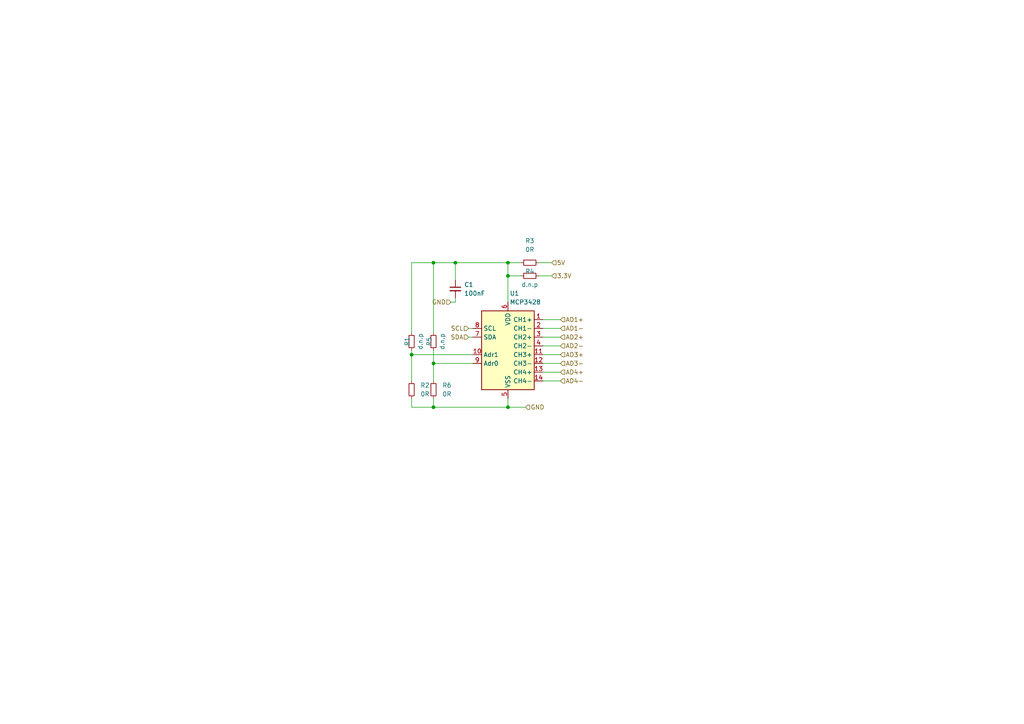
<source format=kicad_sch>
(kicad_sch (version 20211123) (generator eeschema)

  (uuid 1895faed-13c7-4877-930c-ef39a1d7419c)

  (paper "A4")

  (lib_symbols
    (symbol "Analog_ADC:MCP3428" (in_bom yes) (on_board yes)
      (property "Reference" "U" (id 0) (at -3.81 11.43 0)
        (effects (font (size 1.27 1.27)) (justify right))
      )
      (property "Value" "MCP3428" (id 1) (at 2.54 11.43 0)
        (effects (font (size 1.27 1.27)) (justify left))
      )
      (property "Footprint" "" (id 2) (at 0 0 0)
        (effects (font (size 1.27 1.27)) hide)
      )
      (property "Datasheet" "http://ww1.microchip.com/downloads/en/DeviceDoc/22226a.pdf" (id 3) (at 0 0 0)
        (effects (font (size 1.27 1.27)) hide)
      )
      (property "ki_keywords" "adc 4ch 16bit i2c" (id 4) (at 0 0 0)
        (effects (font (size 1.27 1.27)) hide)
      )
      (property "ki_description" "16-Bit, Multi-Channel ΔΣ Analog-to-Digital Converter with I2C Interface and On-Board Reference, SOIC-14/TSSOP-14" (id 5) (at 0 0 0)
        (effects (font (size 1.27 1.27)) hide)
      )
      (property "ki_fp_filters" "TSSOP*4.4x5mm*P0.65mm* SOIC*3.9x8.7mm*P1.27mm*" (id 6) (at 0 0 0)
        (effects (font (size 1.27 1.27)) hide)
      )
      (symbol "MCP3428_0_1"
        (rectangle (start -7.62 10.16) (end 7.62 -12.7)
          (stroke (width 0.254) (type default) (color 0 0 0 0))
          (fill (type background))
        )
      )
      (symbol "MCP3428_1_1"
        (pin input line (at -10.16 7.62 0) (length 2.54)
          (name "CH1+" (effects (font (size 1.27 1.27))))
          (number "1" (effects (font (size 1.27 1.27))))
        )
        (pin input line (at 10.16 -2.54 180) (length 2.54)
          (name "Adr1" (effects (font (size 1.27 1.27))))
          (number "10" (effects (font (size 1.27 1.27))))
        )
        (pin input line (at -10.16 -2.54 0) (length 2.54)
          (name "CH3+" (effects (font (size 1.27 1.27))))
          (number "11" (effects (font (size 1.27 1.27))))
        )
        (pin input line (at -10.16 -5.08 0) (length 2.54)
          (name "CH3-" (effects (font (size 1.27 1.27))))
          (number "12" (effects (font (size 1.27 1.27))))
        )
        (pin input line (at -10.16 -7.62 0) (length 2.54)
          (name "CH4+" (effects (font (size 1.27 1.27))))
          (number "13" (effects (font (size 1.27 1.27))))
        )
        (pin input line (at -10.16 -10.16 0) (length 2.54)
          (name "CH4-" (effects (font (size 1.27 1.27))))
          (number "14" (effects (font (size 1.27 1.27))))
        )
        (pin input line (at -10.16 5.08 0) (length 2.54)
          (name "CH1-" (effects (font (size 1.27 1.27))))
          (number "2" (effects (font (size 1.27 1.27))))
        )
        (pin input line (at -10.16 2.54 0) (length 2.54)
          (name "CH2+" (effects (font (size 1.27 1.27))))
          (number "3" (effects (font (size 1.27 1.27))))
        )
        (pin input line (at -10.16 0 0) (length 2.54)
          (name "CH2-" (effects (font (size 1.27 1.27))))
          (number "4" (effects (font (size 1.27 1.27))))
        )
        (pin power_in line (at 0 -15.24 90) (length 2.54)
          (name "VSS" (effects (font (size 1.27 1.27))))
          (number "5" (effects (font (size 1.27 1.27))))
        )
        (pin power_in line (at 0 12.7 270) (length 2.54)
          (name "VDD" (effects (font (size 1.27 1.27))))
          (number "6" (effects (font (size 1.27 1.27))))
        )
        (pin bidirectional line (at 10.16 2.54 180) (length 2.54)
          (name "SDA" (effects (font (size 1.27 1.27))))
          (number "7" (effects (font (size 1.27 1.27))))
        )
        (pin input line (at 10.16 5.08 180) (length 2.54)
          (name "SCL" (effects (font (size 1.27 1.27))))
          (number "8" (effects (font (size 1.27 1.27))))
        )
        (pin input line (at 10.16 -5.08 180) (length 2.54)
          (name "Adr0" (effects (font (size 1.27 1.27))))
          (number "9" (effects (font (size 1.27 1.27))))
        )
      )
    )
    (symbol "Device:C_Small" (pin_numbers hide) (pin_names (offset 0.254) hide) (in_bom yes) (on_board yes)
      (property "Reference" "C" (id 0) (at 0.254 1.778 0)
        (effects (font (size 1.27 1.27)) (justify left))
      )
      (property "Value" "C_Small" (id 1) (at 0.254 -2.032 0)
        (effects (font (size 1.27 1.27)) (justify left))
      )
      (property "Footprint" "" (id 2) (at 0 0 0)
        (effects (font (size 1.27 1.27)) hide)
      )
      (property "Datasheet" "~" (id 3) (at 0 0 0)
        (effects (font (size 1.27 1.27)) hide)
      )
      (property "ki_keywords" "capacitor cap" (id 4) (at 0 0 0)
        (effects (font (size 1.27 1.27)) hide)
      )
      (property "ki_description" "Unpolarized capacitor, small symbol" (id 5) (at 0 0 0)
        (effects (font (size 1.27 1.27)) hide)
      )
      (property "ki_fp_filters" "C_*" (id 6) (at 0 0 0)
        (effects (font (size 1.27 1.27)) hide)
      )
      (symbol "C_Small_0_1"
        (polyline
          (pts
            (xy -1.524 -0.508)
            (xy 1.524 -0.508)
          )
          (stroke (width 0.3302) (type default) (color 0 0 0 0))
          (fill (type none))
        )
        (polyline
          (pts
            (xy -1.524 0.508)
            (xy 1.524 0.508)
          )
          (stroke (width 0.3048) (type default) (color 0 0 0 0))
          (fill (type none))
        )
      )
      (symbol "C_Small_1_1"
        (pin passive line (at 0 2.54 270) (length 2.032)
          (name "~" (effects (font (size 1.27 1.27))))
          (number "1" (effects (font (size 1.27 1.27))))
        )
        (pin passive line (at 0 -2.54 90) (length 2.032)
          (name "~" (effects (font (size 1.27 1.27))))
          (number "2" (effects (font (size 1.27 1.27))))
        )
      )
    )
    (symbol "Device:R_Small" (pin_numbers hide) (pin_names (offset 0.254) hide) (in_bom yes) (on_board yes)
      (property "Reference" "R" (id 0) (at 0.762 0.508 0)
        (effects (font (size 1.27 1.27)) (justify left))
      )
      (property "Value" "R_Small" (id 1) (at 0.762 -1.016 0)
        (effects (font (size 1.27 1.27)) (justify left))
      )
      (property "Footprint" "" (id 2) (at 0 0 0)
        (effects (font (size 1.27 1.27)) hide)
      )
      (property "Datasheet" "~" (id 3) (at 0 0 0)
        (effects (font (size 1.27 1.27)) hide)
      )
      (property "ki_keywords" "R resistor" (id 4) (at 0 0 0)
        (effects (font (size 1.27 1.27)) hide)
      )
      (property "ki_description" "Resistor, small symbol" (id 5) (at 0 0 0)
        (effects (font (size 1.27 1.27)) hide)
      )
      (property "ki_fp_filters" "R_*" (id 6) (at 0 0 0)
        (effects (font (size 1.27 1.27)) hide)
      )
      (symbol "R_Small_0_1"
        (rectangle (start -0.762 1.778) (end 0.762 -1.778)
          (stroke (width 0.2032) (type default) (color 0 0 0 0))
          (fill (type none))
        )
      )
      (symbol "R_Small_1_1"
        (pin passive line (at 0 2.54 270) (length 0.762)
          (name "~" (effects (font (size 1.27 1.27))))
          (number "1" (effects (font (size 1.27 1.27))))
        )
        (pin passive line (at 0 -2.54 90) (length 0.762)
          (name "~" (effects (font (size 1.27 1.27))))
          (number "2" (effects (font (size 1.27 1.27))))
        )
      )
    )
  )

  (junction (at 132.08 76.2) (diameter 0) (color 0 0 0 0)
    (uuid 02d88995-dc42-4571-8e8c-9d4911be98fb)
  )
  (junction (at 125.73 118.11) (diameter 0) (color 0 0 0 0)
    (uuid 30c090f2-1b01-4fbe-bb26-83188b9fd284)
  )
  (junction (at 147.32 80.01) (diameter 0) (color 0 0 0 0)
    (uuid 726b5900-e064-4f30-aa35-6c8d85cedca8)
  )
  (junction (at 147.32 76.2) (diameter 0) (color 0 0 0 0)
    (uuid 78a01460-c8c7-4d06-b736-9128f182c9c0)
  )
  (junction (at 119.38 102.87) (diameter 0) (color 0 0 0 0)
    (uuid 8fc4495a-f982-4acd-b83b-c28190b4c200)
  )
  (junction (at 125.73 105.41) (diameter 0) (color 0 0 0 0)
    (uuid 95318e43-c04b-4d57-bfd8-d6892a055991)
  )
  (junction (at 125.73 76.2) (diameter 0) (color 0 0 0 0)
    (uuid aa129880-d917-4c5f-9753-43b868609753)
  )
  (junction (at 147.32 118.11) (diameter 0) (color 0 0 0 0)
    (uuid eb8ab5c4-3694-4084-b8be-1554d7132d2e)
  )

  (wire (pts (xy 125.73 105.41) (xy 125.73 110.49))
    (stroke (width 0) (type default) (color 0 0 0 0))
    (uuid 0180ffaf-4df3-49f7-a7c3-949a1ee65cd9)
  )
  (wire (pts (xy 152.4 118.11) (xy 147.32 118.11))
    (stroke (width 0) (type default) (color 0 0 0 0))
    (uuid 04c96b56-0b4d-40b3-9366-f9cdb333ea17)
  )
  (wire (pts (xy 135.89 97.79) (xy 137.16 97.79))
    (stroke (width 0) (type default) (color 0 0 0 0))
    (uuid 09ba14e9-ca5a-4e81-86ab-17837906c282)
  )
  (wire (pts (xy 125.73 101.6) (xy 125.73 105.41))
    (stroke (width 0) (type default) (color 0 0 0 0))
    (uuid 0ae49a51-73e8-4ac0-98af-be5add8e6f06)
  )
  (wire (pts (xy 157.48 105.41) (xy 162.56 105.41))
    (stroke (width 0) (type default) (color 0 0 0 0))
    (uuid 0b34db74-b68e-4ef7-ba26-6b19c30116fa)
  )
  (wire (pts (xy 119.38 118.11) (xy 125.73 118.11))
    (stroke (width 0) (type default) (color 0 0 0 0))
    (uuid 11f0448a-9f37-47b2-8d6d-bbe9860052f4)
  )
  (wire (pts (xy 157.48 97.79) (xy 162.56 97.79))
    (stroke (width 0) (type default) (color 0 0 0 0))
    (uuid 260d73d9-fb06-4f2e-86a9-11edff0d43b1)
  )
  (wire (pts (xy 157.48 107.95) (xy 162.56 107.95))
    (stroke (width 0) (type default) (color 0 0 0 0))
    (uuid 2d48fbd9-0e8f-4379-ad62-9a8be91216f5)
  )
  (wire (pts (xy 119.38 96.52) (xy 119.38 76.2))
    (stroke (width 0) (type default) (color 0 0 0 0))
    (uuid 2feeb22a-ac5f-448e-b57d-e4896988a650)
  )
  (wire (pts (xy 147.32 80.01) (xy 151.13 80.01))
    (stroke (width 0) (type default) (color 0 0 0 0))
    (uuid 37009368-a331-4d5b-a2d2-03349a7da91b)
  )
  (wire (pts (xy 132.08 76.2) (xy 147.32 76.2))
    (stroke (width 0) (type default) (color 0 0 0 0))
    (uuid 3b4b203f-edec-419a-99d4-1ac4f4f7d0ec)
  )
  (wire (pts (xy 132.08 81.28) (xy 132.08 76.2))
    (stroke (width 0) (type default) (color 0 0 0 0))
    (uuid 3e2c90ed-629b-4cc3-b666-39a19ee96b9c)
  )
  (wire (pts (xy 157.48 92.71) (xy 162.56 92.71))
    (stroke (width 0) (type default) (color 0 0 0 0))
    (uuid 559c6aaa-d9c8-49bc-98f0-a14482b69b23)
  )
  (wire (pts (xy 125.73 115.57) (xy 125.73 118.11))
    (stroke (width 0) (type default) (color 0 0 0 0))
    (uuid 5af0805b-7a98-4269-86c3-71b8e3d7d35a)
  )
  (wire (pts (xy 147.32 80.01) (xy 147.32 87.63))
    (stroke (width 0) (type default) (color 0 0 0 0))
    (uuid 5ea576f4-93d4-40fa-ad33-4a2a57ab7904)
  )
  (wire (pts (xy 147.32 118.11) (xy 147.32 115.57))
    (stroke (width 0) (type default) (color 0 0 0 0))
    (uuid 62c21b9a-bd26-431e-9fc3-6653a36e9eb0)
  )
  (wire (pts (xy 125.73 96.52) (xy 125.73 76.2))
    (stroke (width 0) (type default) (color 0 0 0 0))
    (uuid 63243c9f-569c-49a4-ab93-c27296c42057)
  )
  (wire (pts (xy 125.73 76.2) (xy 132.08 76.2))
    (stroke (width 0) (type default) (color 0 0 0 0))
    (uuid 69972903-b50c-47b6-9936-768e62c1ae2a)
  )
  (wire (pts (xy 125.73 105.41) (xy 137.16 105.41))
    (stroke (width 0) (type default) (color 0 0 0 0))
    (uuid 7868252b-414e-4362-b43f-5fb8cb90929c)
  )
  (wire (pts (xy 157.48 100.33) (xy 162.56 100.33))
    (stroke (width 0) (type default) (color 0 0 0 0))
    (uuid 79721dbd-5411-4ad3-9320-f7f7b07119f7)
  )
  (wire (pts (xy 151.13 76.2) (xy 147.32 76.2))
    (stroke (width 0) (type default) (color 0 0 0 0))
    (uuid 862b88e3-e896-4a25-8f75-e86948df6f14)
  )
  (wire (pts (xy 132.08 87.63) (xy 132.08 86.36))
    (stroke (width 0) (type default) (color 0 0 0 0))
    (uuid 8c9473ce-ac31-49b3-b53e-fda4f44ff325)
  )
  (wire (pts (xy 119.38 102.87) (xy 119.38 110.49))
    (stroke (width 0) (type default) (color 0 0 0 0))
    (uuid 8f0f49db-8635-459e-a2e9-5d235ae21c49)
  )
  (wire (pts (xy 156.21 80.01) (xy 160.02 80.01))
    (stroke (width 0) (type default) (color 0 0 0 0))
    (uuid 9107c4b3-8706-4dc2-8134-f80d402f991e)
  )
  (wire (pts (xy 135.89 95.25) (xy 137.16 95.25))
    (stroke (width 0) (type default) (color 0 0 0 0))
    (uuid 98b74f55-5bd6-4bdc-9dfe-cbfe508211b0)
  )
  (wire (pts (xy 119.38 115.57) (xy 119.38 118.11))
    (stroke (width 0) (type default) (color 0 0 0 0))
    (uuid adefbea2-0600-4008-8c90-3b1091cb889b)
  )
  (wire (pts (xy 119.38 101.6) (xy 119.38 102.87))
    (stroke (width 0) (type default) (color 0 0 0 0))
    (uuid b1b9a095-de7d-40be-a7ca-07ca641f139c)
  )
  (wire (pts (xy 156.21 76.2) (xy 160.02 76.2))
    (stroke (width 0) (type default) (color 0 0 0 0))
    (uuid b46f1693-8c02-4440-b5c5-04e8d3240754)
  )
  (wire (pts (xy 147.32 76.2) (xy 147.32 80.01))
    (stroke (width 0) (type default) (color 0 0 0 0))
    (uuid cacbc902-ab05-4228-8981-674d4dfe09e5)
  )
  (wire (pts (xy 157.48 102.87) (xy 162.56 102.87))
    (stroke (width 0) (type default) (color 0 0 0 0))
    (uuid cf56087d-ad93-441f-940f-4e1708bcaf48)
  )
  (wire (pts (xy 119.38 76.2) (xy 125.73 76.2))
    (stroke (width 0) (type default) (color 0 0 0 0))
    (uuid d32a2414-4480-4a83-9d1a-b0e716e9443a)
  )
  (wire (pts (xy 119.38 102.87) (xy 137.16 102.87))
    (stroke (width 0) (type default) (color 0 0 0 0))
    (uuid d3c53af6-8cc7-4ce3-9291-d4dd4f5c76e7)
  )
  (wire (pts (xy 125.73 118.11) (xy 147.32 118.11))
    (stroke (width 0) (type default) (color 0 0 0 0))
    (uuid da473e7c-1252-48fb-b9e5-c6dc420249d8)
  )
  (wire (pts (xy 157.48 95.25) (xy 162.56 95.25))
    (stroke (width 0) (type default) (color 0 0 0 0))
    (uuid e057eeb5-0a5b-4b9b-b3c8-10e60b8299a9)
  )
  (wire (pts (xy 157.48 110.49) (xy 162.56 110.49))
    (stroke (width 0) (type default) (color 0 0 0 0))
    (uuid e0980722-40bd-45f8-ab73-85ce5e720e16)
  )
  (wire (pts (xy 130.81 87.63) (xy 132.08 87.63))
    (stroke (width 0) (type default) (color 0 0 0 0))
    (uuid f41603a2-8399-4df3-b66c-46862fb67476)
  )

  (hierarchical_label "AD1+" (shape input) (at 162.56 92.71 0)
    (effects (font (size 1.27 1.27)) (justify left))
    (uuid 316fdb66-6116-4c15-89c4-35afe318f751)
  )
  (hierarchical_label "AD3-" (shape input) (at 162.56 105.41 0)
    (effects (font (size 1.27 1.27)) (justify left))
    (uuid 32b3a06d-4f90-4fdb-9774-702e5574a5b3)
  )
  (hierarchical_label "SCL" (shape input) (at 135.89 95.25 180)
    (effects (font (size 1.27 1.27)) (justify right))
    (uuid 46828151-b14d-44ea-a532-a892bee2bc82)
  )
  (hierarchical_label "AD2+" (shape input) (at 162.56 97.79 0)
    (effects (font (size 1.27 1.27)) (justify left))
    (uuid 48ecb052-48aa-4c95-8be7-3964687e0754)
  )
  (hierarchical_label "AD4+" (shape input) (at 162.56 107.95 0)
    (effects (font (size 1.27 1.27)) (justify left))
    (uuid 583a8a1c-b453-4c13-b708-c2f1afdbaec5)
  )
  (hierarchical_label "SDA" (shape input) (at 135.89 97.79 180)
    (effects (font (size 1.27 1.27)) (justify right))
    (uuid 60410e78-fdef-447e-b78f-6a8afe3800e2)
  )
  (hierarchical_label "GND" (shape input) (at 130.81 87.63 180)
    (effects (font (size 1.27 1.27)) (justify right))
    (uuid 65a4a49d-8229-4b1a-9bc0-05ff00510d4a)
  )
  (hierarchical_label "GND" (shape input) (at 152.4 118.11 0)
    (effects (font (size 1.27 1.27)) (justify left))
    (uuid 8090aada-f3e0-4382-9929-abb297f13115)
  )
  (hierarchical_label "5V" (shape input) (at 160.02 76.2 0)
    (effects (font (size 1.27 1.27)) (justify left))
    (uuid 9d47013e-148d-44bf-b1ff-e64a0bd9caf6)
  )
  (hierarchical_label "AD1-" (shape input) (at 162.56 95.25 0)
    (effects (font (size 1.27 1.27)) (justify left))
    (uuid a8e6d984-1e0a-4916-8398-267961b96d0f)
  )
  (hierarchical_label "AD3+" (shape input) (at 162.56 102.87 0)
    (effects (font (size 1.27 1.27)) (justify left))
    (uuid ba9eaa1b-3523-47fe-8893-8ed1522fb4f6)
  )
  (hierarchical_label "3.3V" (shape input) (at 160.02 80.01 0)
    (effects (font (size 1.27 1.27)) (justify left))
    (uuid f08b17f2-a29f-463d-a91a-672eab0d5d1c)
  )
  (hierarchical_label "AD2-" (shape input) (at 162.56 100.33 0)
    (effects (font (size 1.27 1.27)) (justify left))
    (uuid f2058471-08ab-48ac-a487-8bd7d1d7819d)
  )
  (hierarchical_label "AD4-" (shape input) (at 162.56 110.49 0)
    (effects (font (size 1.27 1.27)) (justify left))
    (uuid f26f4a14-e855-4801-943d-ab53fe5bf1a7)
  )

  (symbol (lib_id "Device:R_Small") (at 119.38 99.06 180) (unit 1)
    (in_bom yes) (on_board yes)
    (uuid 36995226-20a5-4c1a-bfb0-ea0e85015f7f)
    (property "Reference" "R1" (id 0) (at 118.11 99.06 90))
    (property "Value" "d.n.p" (id 1) (at 121.92 99.06 90))
    (property "Footprint" "Resistor_SMD:R_0603_1608Metric" (id 2) (at 119.38 99.06 0)
      (effects (font (size 1.27 1.27)) hide)
    )
    (property "Datasheet" "~" (id 3) (at 119.38 99.06 0)
      (effects (font (size 1.27 1.27)) hide)
    )
    (pin "1" (uuid ef0f03c8-f570-448e-820b-ce53aa4eacd0))
    (pin "2" (uuid 5000837a-e507-49f8-ae82-4a9e76a99ecc))
  )

  (symbol (lib_id "Device:R_Small") (at 153.67 80.01 90) (unit 1)
    (in_bom yes) (on_board yes)
    (uuid 381e5bb8-250b-4d48-9f28-a14eedac2d5b)
    (property "Reference" "R4" (id 0) (at 153.67 78.74 90))
    (property "Value" "d.n.p" (id 1) (at 153.67 82.55 90))
    (property "Footprint" "Resistor_SMD:R_0603_1608Metric" (id 2) (at 153.67 80.01 0)
      (effects (font (size 1.27 1.27)) hide)
    )
    (property "Datasheet" "~" (id 3) (at 153.67 80.01 0)
      (effects (font (size 1.27 1.27)) hide)
    )
    (pin "1" (uuid 1033872f-0545-4e80-93b9-a9f3aee8adfa))
    (pin "2" (uuid 35965786-6d22-4b7a-8bfe-342c157efde5))
  )

  (symbol (lib_id "Device:R_Small") (at 125.73 99.06 180) (unit 1)
    (in_bom yes) (on_board yes)
    (uuid 45019466-72e2-4a8d-bae6-278e9227b442)
    (property "Reference" "R5" (id 0) (at 124.46 99.06 90))
    (property "Value" "d.n.p" (id 1) (at 128.27 99.06 90))
    (property "Footprint" "Resistor_SMD:R_0603_1608Metric" (id 2) (at 125.73 99.06 0)
      (effects (font (size 1.27 1.27)) hide)
    )
    (property "Datasheet" "~" (id 3) (at 125.73 99.06 0)
      (effects (font (size 1.27 1.27)) hide)
    )
    (pin "1" (uuid df757cbc-4dd9-4941-bf9c-7666b2e308f8))
    (pin "2" (uuid 1acd1760-d349-417e-8dcc-e1d7e4f030ff))
  )

  (symbol (lib_id "Device:R_Small") (at 125.73 113.03 180) (unit 1)
    (in_bom yes) (on_board yes) (fields_autoplaced)
    (uuid 52e60758-f663-470f-a3e1-88de91ae6e72)
    (property "Reference" "R6" (id 0) (at 128.27 111.7599 0)
      (effects (font (size 1.27 1.27)) (justify right))
    )
    (property "Value" "0R" (id 1) (at 128.27 114.2999 0)
      (effects (font (size 1.27 1.27)) (justify right))
    )
    (property "Footprint" "Resistor_SMD:R_0603_1608Metric" (id 2) (at 125.73 113.03 0)
      (effects (font (size 1.27 1.27)) hide)
    )
    (property "Datasheet" "~" (id 3) (at 125.73 113.03 0)
      (effects (font (size 1.27 1.27)) hide)
    )
    (pin "1" (uuid f8cfa3cf-472a-442f-8015-ae9132484941))
    (pin "2" (uuid f88bd15c-7d8c-4309-860d-9c30ac62922b))
  )

  (symbol (lib_id "Analog_ADC:MCP3428") (at 147.32 100.33 0) (mirror y) (unit 1)
    (in_bom yes) (on_board yes) (fields_autoplaced)
    (uuid 683a191e-12cb-4329-8b18-99a51483a315)
    (property "Reference" "U1" (id 0) (at 147.8406 85.09 0)
      (effects (font (size 1.27 1.27)) (justify right))
    )
    (property "Value" "MCP3428" (id 1) (at 147.8406 87.63 0)
      (effects (font (size 1.27 1.27)) (justify right))
    )
    (property "Footprint" "Package_SO:SOIC-14_3.9x8.7mm_P1.27mm" (id 2) (at 147.32 100.33 0)
      (effects (font (size 1.27 1.27)) hide)
    )
    (property "Datasheet" "http://ww1.microchip.com/downloads/en/DeviceDoc/22226a.pdf" (id 3) (at 147.32 100.33 0)
      (effects (font (size 1.27 1.27)) hide)
    )
    (pin "1" (uuid b683aef3-532a-4545-a711-8d3a1fd7a0e3))
    (pin "10" (uuid 02070650-ab4a-4759-b205-e23bafa808ed))
    (pin "11" (uuid 6b29a971-6f91-425e-888b-026a2af965d3))
    (pin "12" (uuid 0b212491-2aa4-4fd7-9d7f-caf1d9c8e4b7))
    (pin "13" (uuid cdc1f17a-a7cb-4748-a608-0e47a1c9a44b))
    (pin "14" (uuid 01ebbfbd-6518-4afe-9d7d-a3f8df24be85))
    (pin "2" (uuid 3077f85e-253a-498e-8ba1-52ca25132059))
    (pin "3" (uuid 071f59c8-ec6f-4788-bae2-f49043e3c0e7))
    (pin "4" (uuid bc456333-84a7-4fbe-a274-516dd90202b3))
    (pin "5" (uuid 1bbbb964-f97b-4792-b148-1b4e6b5ad846))
    (pin "6" (uuid 6afdf865-3cfb-41e7-b0c0-4deace11beee))
    (pin "7" (uuid 0183d60b-77da-4ef0-b6a7-aa8b96430d30))
    (pin "8" (uuid 7c76c645-1a7f-4d52-8d8d-ab8436d7de9f))
    (pin "9" (uuid 62e3a869-a636-460f-af9b-5dcc55ef6042))
  )

  (symbol (lib_id "Device:C_Small") (at 132.08 83.82 0) (unit 1)
    (in_bom yes) (on_board yes) (fields_autoplaced)
    (uuid 799dea54-6e15-4f22-9089-a0cc2e007542)
    (property "Reference" "C1" (id 0) (at 134.62 82.5562 0)
      (effects (font (size 1.27 1.27)) (justify left))
    )
    (property "Value" "100nF" (id 1) (at 134.62 85.0962 0)
      (effects (font (size 1.27 1.27)) (justify left))
    )
    (property "Footprint" "Capacitor_SMD:C_0603_1608Metric" (id 2) (at 132.08 83.82 0)
      (effects (font (size 1.27 1.27)) hide)
    )
    (property "Datasheet" "~" (id 3) (at 132.08 83.82 0)
      (effects (font (size 1.27 1.27)) hide)
    )
    (pin "1" (uuid 127c14af-e44d-4fcc-bbf7-773421b48c53))
    (pin "2" (uuid b5ab862a-8e82-4327-b9d5-968eab4c8e8b))
  )

  (symbol (lib_id "Device:R_Small") (at 153.67 76.2 90) (unit 1)
    (in_bom yes) (on_board yes) (fields_autoplaced)
    (uuid bbcd8737-5061-4786-a10b-4e0d1e18d7fb)
    (property "Reference" "R3" (id 0) (at 153.67 69.85 90))
    (property "Value" "0R" (id 1) (at 153.67 72.39 90))
    (property "Footprint" "Resistor_SMD:R_0603_1608Metric" (id 2) (at 153.67 76.2 0)
      (effects (font (size 1.27 1.27)) hide)
    )
    (property "Datasheet" "~" (id 3) (at 153.67 76.2 0)
      (effects (font (size 1.27 1.27)) hide)
    )
    (pin "1" (uuid 4db9238a-9713-44b9-b159-1c276325471b))
    (pin "2" (uuid 8358a39c-0403-46ab-b041-42f384c1cfdb))
  )

  (symbol (lib_id "Device:R_Small") (at 119.38 113.03 0) (unit 1)
    (in_bom yes) (on_board yes) (fields_autoplaced)
    (uuid d1cdfd64-85b3-4c1a-890d-d3d8b90ec31d)
    (property "Reference" "R2" (id 0) (at 121.92 111.7599 0)
      (effects (font (size 1.27 1.27)) (justify left))
    )
    (property "Value" "0R" (id 1) (at 121.92 114.2999 0)
      (effects (font (size 1.27 1.27)) (justify left))
    )
    (property "Footprint" "Resistor_SMD:R_0603_1608Metric" (id 2) (at 119.38 113.03 0)
      (effects (font (size 1.27 1.27)) hide)
    )
    (property "Datasheet" "~" (id 3) (at 119.38 113.03 0)
      (effects (font (size 1.27 1.27)) hide)
    )
    (pin "1" (uuid 29897ae8-f37d-4e7d-a457-736896ecb587))
    (pin "2" (uuid 23eb76c2-0056-4cf2-8fc6-e621de24c0fe))
  )
)

</source>
